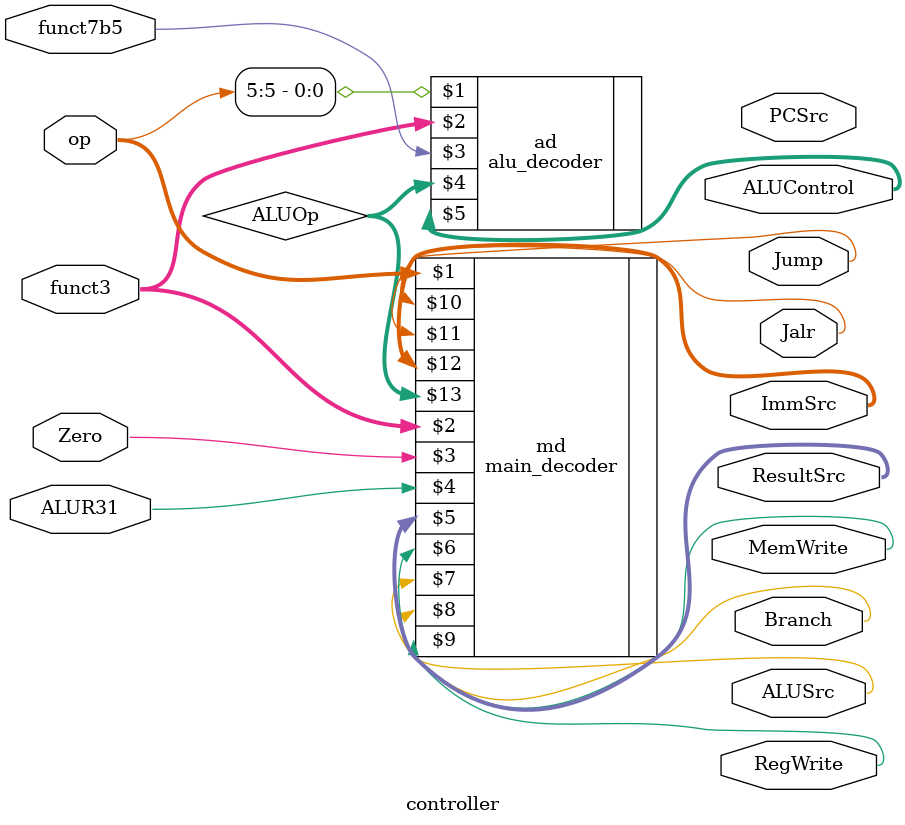
<source format=v>


module controller (
    input [6:0]  op,
    input [2:0]  funct3,
    input        funct7b5,
    input        Zero, ALUR31,
    output       [1:0] ResultSrc,
    output       MemWrite,
    output       PCSrc, ALUSrc,
    output       RegWrite, Jump,Branch, Jalr,
    output [1:0] ImmSrc,
    output [3:0] ALUControl
);

wire [1:0] ALUOp;


main_decoder    md (op, funct3, Zero, ALUR31, ResultSrc, MemWrite, Branch,
                    ALUSrc, RegWrite, Jump, Jalr, ImmSrc, ALUOp);

alu_decoder     ad (op[5], funct3, funct7b5, ALUOp, ALUControl);



endmodule


</source>
